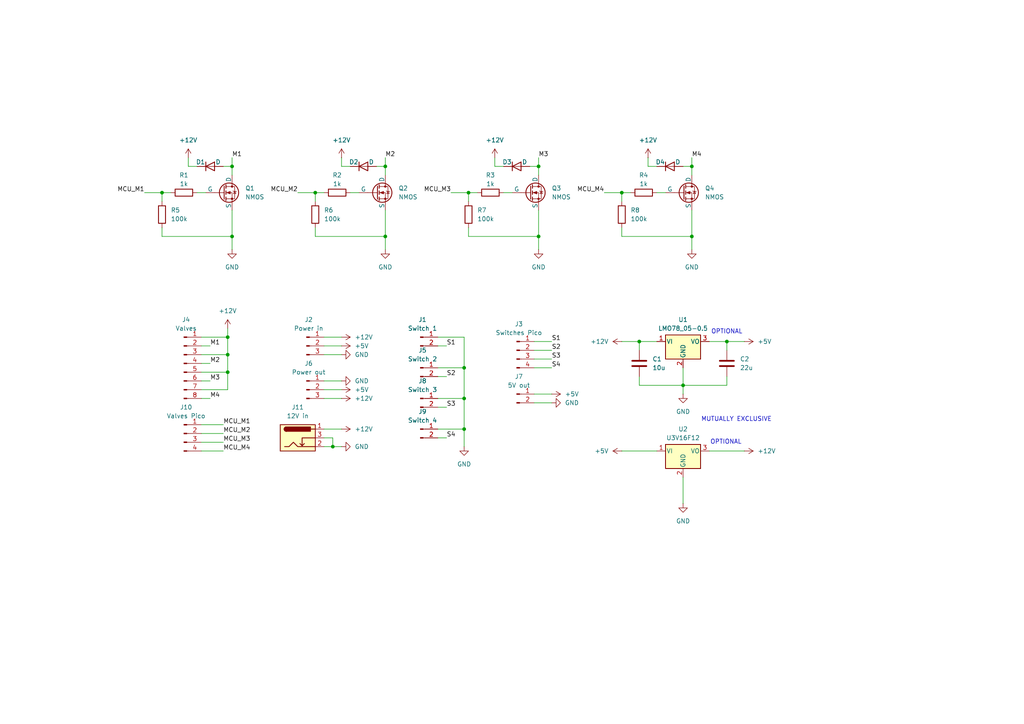
<source format=kicad_sch>
(kicad_sch (version 20250114) (generator "eeschema") (generator_version "9.0")
  (paper "A4")
  (lib_symbols
    (symbol "Connector:Barrel_Jack_Switch" (pin_names (hide yes))
      (property "Reference" "J" (at 0 5.334 0))
      (property "Value" "Barrel_Jack_Switch" (at 0 -5.08 0))
      (symbol "Barrel_Jack_Switch_0_1"
        (rectangle (start -5.08 3.81) (end 5.08 -3.81) (stroke (width 0.254)) (fill (type background)))
        (polyline (pts (xy -3.81 -2.54) (xy -2.54 -2.54) (xy -1.27 -1.27) (xy 0 -2.54) (xy 2.54 -2.54) (xy 5.08 -2.54)) (stroke (width 0.254)))
        (arc (start -3.302 1.905) (mid -3.9343 2.54) (end -3.302 3.175) (stroke (width 0.254)))
        (arc (start -3.302 1.905) (mid -3.9343 2.54) (end -3.302 3.175) (stroke (width 0.254)) (fill (type outline)))
        (polyline (pts (xy 1.27 -2.286) (xy 1.905 -1.651)) (stroke (width 0.254)))
        (rectangle (start 3.683 3.175) (end -3.302 1.905) (stroke (width 0.254)) (fill (type outline)))
        (polyline (pts (xy 5.08 2.54) (xy 3.81 2.54)) (stroke (width 0.254)))
        (polyline (pts (xy 5.08 0) (xy 1.27 0) (xy 1.27 -2.286) (xy 0.635 -1.651)) (stroke (width 0.254)))
      )
      (symbol "Barrel_Jack_Switch_1_1"
        (pin passive line (at 7.62 2.54 180) (length 2.54) (name "~") (number "1"))
        (pin passive line (at 7.62 0 180) (length 2.54) (name "~") (number "3"))
        (pin passive line (at 7.62 -2.54 180) (length 2.54) (name "~") (number "2"))
      )
    )
    (symbol "Connector:Conn_01x02_Pin" (pin_names (offset 1.016) (hide yes))
      (property "Reference" "J" (at 0 2.54 0))
      (property "Value" "Conn_01x02_Pin" (at 0 -5.08 0))
      (symbol "Conn_01x02_Pin_1_1"
        (rectangle (start 0.8636 0.127) (end 0 -0.127) (stroke (width 0.1524)) (fill (type outline)))
        (rectangle (start 0.8636 -2.413) (end 0 -2.667) (stroke (width 0.1524)) (fill (type outline)))
        (polyline (pts (xy 1.27 0) (xy 0.8636 0)) (stroke (width 0.1524)))
        (polyline (pts (xy 1.27 -2.54) (xy 0.8636 -2.54)) (stroke (width 0.1524)))
        (pin passive line (at 5.08 0 180) (length 3.81) (name "Pin_1") (number "1"))
        (pin passive line (at 5.08 -2.54 180) (length 3.81) (name "Pin_2") (number "2"))
      )
    )
    (symbol "Connector:Conn_01x03_Pin" (pin_names (offset 1.016) (hide yes))
      (property "Reference" "J" (at 0 5.08 0))
      (property "Value" "Conn_01x03_Pin" (at 0 -5.08 0))
      (symbol "Conn_01x03_Pin_1_1"
        (rectangle (start 0.8636 2.667) (end 0 2.413) (stroke (width 0.1524)) (fill (type outline)))
        (rectangle (start 0.8636 0.127) (end 0 -0.127) (stroke (width 0.1524)) (fill (type outline)))
        (rectangle (start 0.8636 -2.413) (end 0 -2.667) (stroke (width 0.1524)) (fill (type outline)))
        (polyline (pts (xy 1.27 2.54) (xy 0.8636 2.54)) (stroke (width 0.1524)))
        (polyline (pts (xy 1.27 0) (xy 0.8636 0)) (stroke (width 0.1524)))
        (polyline (pts (xy 1.27 -2.54) (xy 0.8636 -2.54)) (stroke (width 0.1524)))
        (pin passive line (at 5.08 2.54 180) (length 3.81) (name "Pin_1") (number "1"))
        (pin passive line (at 5.08 0 180) (length 3.81) (name "Pin_2") (number "2"))
        (pin passive line (at 5.08 -2.54 180) (length 3.81) (name "Pin_3") (number "3"))
      )
    )
    (symbol "Connector:Conn_01x04_Pin" (pin_names (offset 1.016) (hide yes))
      (property "Reference" "J" (at 0 5.08 0))
      (property "Value" "Conn_01x04_Pin" (at 0 -7.62 0))
      (symbol "Conn_01x04_Pin_1_1"
        (rectangle (start 0.8636 2.667) (end 0 2.413) (stroke (width 0.1524)) (fill (type outline)))
        (rectangle (start 0.8636 0.127) (end 0 -0.127) (stroke (width 0.1524)) (fill (type outline)))
        (rectangle (start 0.8636 -2.413) (end 0 -2.667) (stroke (width 0.1524)) (fill (type outline)))
        (rectangle (start 0.8636 -4.953) (end 0 -5.207) (stroke (width 0.1524)) (fill (type outline)))
        (polyline (pts (xy 1.27 2.54) (xy 0.8636 2.54)) (stroke (width 0.1524)))
        (polyline (pts (xy 1.27 0) (xy 0.8636 0)) (stroke (width 0.1524)))
        (polyline (pts (xy 1.27 -2.54) (xy 0.8636 -2.54)) (stroke (width 0.1524)))
        (polyline (pts (xy 1.27 -5.08) (xy 0.8636 -5.08)) (stroke (width 0.1524)))
        (pin passive line (at 5.08 2.54 180) (length 3.81) (name "Pin_1") (number "1"))
        (pin passive line (at 5.08 0 180) (length 3.81) (name "Pin_2") (number "2"))
        (pin passive line (at 5.08 -2.54 180) (length 3.81) (name "Pin_3") (number "3"))
        (pin passive line (at 5.08 -5.08 180) (length 3.81) (name "Pin_4") (number "4"))
      )
    )
    (symbol "Connector:Conn_01x08_Pin" (pin_names (offset 1.016) (hide yes))
      (property "Reference" "J" (at 0 10.16 0))
      (property "Value" "Conn_01x08_Pin" (at 0 -12.7 0))
      (symbol "Conn_01x08_Pin_1_1"
        (rectangle (start 0.8636 7.747) (end 0 7.493) (stroke (width 0.1524)) (fill (type outline)))
        (rectangle (start 0.8636 5.207) (end 0 4.953) (stroke (width 0.1524)) (fill (type outline)))
        (rectangle (start 0.8636 2.667) (end 0 2.413) (stroke (width 0.1524)) (fill (type outline)))
        (rectangle (start 0.8636 0.127) (end 0 -0.127) (stroke (width 0.1524)) (fill (type outline)))
        (rectangle (start 0.8636 -2.413) (end 0 -2.667) (stroke (width 0.1524)) (fill (type outline)))
        (rectangle (start 0.8636 -4.953) (end 0 -5.207) (stroke (width 0.1524)) (fill (type outline)))
        (rectangle (start 0.8636 -7.493) (end 0 -7.747) (stroke (width 0.1524)) (fill (type outline)))
        (rectangle (start 0.8636 -10.033) (end 0 -10.287) (stroke (width 0.1524)) (fill (type outline)))
        (polyline (pts (xy 1.27 7.62) (xy 0.8636 7.62)) (stroke (width 0.1524)))
        (polyline (pts (xy 1.27 5.08) (xy 0.8636 5.08)) (stroke (width 0.1524)))
        (polyline (pts (xy 1.27 2.54) (xy 0.8636 2.54)) (stroke (width 0.1524)))
        (polyline (pts (xy 1.27 0) (xy 0.8636 0)) (stroke (width 0.1524)))
        (polyline (pts (xy 1.27 -2.54) (xy 0.8636 -2.54)) (stroke (width 0.1524)))
        (polyline (pts (xy 1.27 -5.08) (xy 0.8636 -5.08)) (stroke (width 0.1524)))
        (polyline (pts (xy 1.27 -7.62) (xy 0.8636 -7.62)) (stroke (width 0.1524)))
        (polyline (pts (xy 1.27 -10.16) (xy 0.8636 -10.16)) (stroke (width 0.1524)))
        (pin passive line (at 5.08 7.62 180) (length 3.81) (name "Pin_1") (number "1"))
        (pin passive line (at 5.08 5.08 180) (length 3.81) (name "Pin_2") (number "2"))
        (pin passive line (at 5.08 2.54 180) (length 3.81) (name "Pin_3") (number "3"))
        (pin passive line (at 5.08 0 180) (length 3.81) (name "Pin_4") (number "4"))
        (pin passive line (at 5.08 -2.54 180) (length 3.81) (name "Pin_5") (number "5"))
        (pin passive line (at 5.08 -5.08 180) (length 3.81) (name "Pin_6") (number "6"))
        (pin passive line (at 5.08 -7.62 180) (length 3.81) (name "Pin_7") (number "7"))
        (pin passive line (at 5.08 -10.16 180) (length 3.81) (name "Pin_8") (number "8"))
      )
    )
    (symbol "Device:C" (pin_numbers (hide yes)) (pin_names (offset 0.254))
      (property "Reference" "C" (at 0.635 2.54 0))
      (property "Value" "C" (at 0.635 -2.54 0))
      (symbol "C_0_1"
        (polyline (pts (xy -2.032 0.762) (xy 2.032 0.762)) (stroke (width 0.508)))
        (polyline (pts (xy -2.032 -0.762) (xy 2.032 -0.762)) (stroke (width 0.508)))
      )
      (symbol "C_1_1"
        (pin passive line (at 0 3.81 270) (length 2.794) (name "~") (number "1"))
        (pin passive line (at 0 -3.81 90) (length 2.794) (name "~") (number "2"))
      )
    )
    (symbol "Device:D" (pin_numbers (hide yes)) (pin_names (offset 1.016) (hide yes))
      (property "Reference" "D" (at 0 2.54 0))
      (property "Value" "D" (at 0 -2.54 0))
      (symbol "D_0_1"
        (polyline (pts (xy -1.27 1.27) (xy -1.27 -1.27)) (stroke (width 0.254)))
        (polyline (pts (xy 1.27 1.27) (xy 1.27 -1.27) (xy -1.27 0) (xy 1.27 1.27)) (stroke (width 0.254)))
        (polyline (pts (xy 1.27 0) (xy -1.27 0)))
      )
      (symbol "D_1_1"
        (pin passive line (at -3.81 0 0) (length 2.54) (name "K") (number "1"))
        (pin passive line (at 3.81 0 180) (length 2.54) (name "A") (number "2"))
      )
    )
    (symbol "Device:R" (pin_numbers (hide yes)) (pin_names (offset 0))
      (property "Reference" "R" (at 2.032 0 90))
      (property "Value" "R" (at 0 0 90))
      (symbol "R_0_1"
        (rectangle (start -1.016 -2.54) (end 1.016 2.54) (stroke (width 0.254)))
      )
      (symbol "R_1_1"
        (pin passive line (at 0 3.81 270) (length 1.27) (name "~") (number "1"))
        (pin passive line (at 0 -3.81 90) (length 1.27) (name "~") (number "2"))
      )
    )
    (symbol "Regulator_Linear:LM7805_TO220" (pin_names (offset 0.254))
      (property "Reference" "U" (at -3.81 3.175 0))
      (property "Value" "LM7805_TO220" (at 0 3.175 0))
      (symbol "LM7805_TO220_0_1"
        (rectangle (start -5.08 1.905) (end 5.08 -5.08) (stroke (width 0.254)) (fill (type background)))
      )
      (symbol "LM7805_TO220_1_1"
        (pin power_in line (at -7.62 0 0) (length 2.54) (name "VI") (number "1"))
        (pin power_in line (at 0 -7.62 90) (length 2.54) (name "GND") (number "2"))
        (pin power_out line (at 7.62 0 180) (length 2.54) (name "VO") (number "3"))
      )
    )
    (symbol "Simulation_SPICE:NMOS" (pin_numbers (hide yes)) (pin_names (offset 0))
      (property "Reference" "Q" (at 5.08 1.27 0))
      (property "Value" "NMOS" (at 5.08 -1.27 0))
      (symbol "NMOS_0_1"
        (polyline (pts (xy 0.254 1.905) (xy 0.254 -1.905)) (stroke (width 0.254)))
        (polyline (pts (xy 0.254 0) (xy -2.54 0)))
        (polyline (pts (xy 0.762 2.286) (xy 0.762 1.27)) (stroke (width 0.254)))
        (polyline (pts (xy 0.762 0.508) (xy 0.762 -0.508)) (stroke (width 0.254)))
        (polyline (pts (xy 0.762 -1.27) (xy 0.762 -2.286)) (stroke (width 0.254)))
        (polyline (pts (xy 0.762 -1.778) (xy 3.302 -1.778) (xy 3.302 1.778) (xy 0.762 1.778)))
        (polyline (pts (xy 1.016 0) (xy 2.032 0.381) (xy 2.032 -0.381) (xy 1.016 0)) (fill (type outline)))
        (circle (center 1.651 0) (radius 2.794) (stroke (width 0.254)))
        (polyline (pts (xy 2.54 2.54) (xy 2.54 1.778)))
        (circle (center 2.54 1.778) (radius 0.254) (fill (type outline)))
        (circle (center 2.54 -1.778) (radius 0.254) (fill (type outline)))
        (polyline (pts (xy 2.54 -2.54) (xy 2.54 0) (xy 0.762 0)))
        (polyline (pts (xy 2.794 0.508) (xy 2.921 0.381) (xy 3.683 0.381) (xy 3.81 0.254)))
        (polyline (pts (xy 3.302 0.381) (xy 2.921 -0.254) (xy 3.683 -0.254) (xy 3.302 0.381)))
      )
      (symbol "NMOS_1_1"
        (pin input line (at -5.08 0 0) (length 2.54) (name "G") (number "2"))
        (pin passive line (at 2.54 5.08 270) (length 2.54) (name "D") (number "1"))
        (pin passive line (at 2.54 -5.08 90) (length 2.54) (name "S") (number "3"))
      )
    )
    (symbol "power:+12V" (power) (pin_numbers (hide yes)) (pin_names (offset 0) (hide yes))
      (property "Value" "+12V" (at 0 3.556 0))
      (symbol "+12V_0_1"
        (polyline (pts (xy -0.762 1.27) (xy 0 2.54)))
        (polyline (pts (xy 0 2.54) (xy 0.762 1.27)))
        (polyline (pts (xy 0 0) (xy 0 2.54)))
      )
      (symbol "+12V_1_1"
        (pin power_in line (at 0 0 90) (length 0) (name "~") (number "1"))
      )
    )
    (symbol "power:+5V" (power) (pin_numbers (hide yes)) (pin_names (offset 0) (hide yes))
      (property "Value" "+5V" (at 0 3.556 0))
      (symbol "+5V_0_1"
        (polyline (pts (xy -0.762 1.27) (xy 0 2.54)))
        (polyline (pts (xy 0 2.54) (xy 0.762 1.27)))
        (polyline (pts (xy 0 0) (xy 0 2.54)))
      )
      (symbol "+5V_1_1"
        (pin power_in line (at 0 0 90) (length 0) (name "~") (number "1"))
      )
    )
    (symbol "power:GND" (power) (pin_numbers (hide yes)) (pin_names (offset 0) (hide yes))
      (property "Value" "GND" (at 0 -3.81 0))
      (symbol "GND_0_1"
        (polyline (pts (xy 0 0) (xy 0 -1.27) (xy 1.27 -1.27) (xy 0 -2.54) (xy -1.27 -1.27) (xy 0 -1.27)))
      )
      (symbol "GND_1_1"
        (pin power_in line (at 0 0 270) (length 0) (name "~") (number "1"))
      )
    )
  )
  (text "OPTIONAL" (at 210.82 96.266 0) (effects (font (size 1.27 1.27))))
  (text "MUTUALLY EXCLUSIVE" (at 213.614 121.666 0) (effects (font (size 1.27 1.27))))
  (text "OPTIONAL" (at 210.566 128.27 0) (effects (font (size 1.27 1.27))))
  (junction (at 66.04 97.79))
  (junction (at 185.42 99.06))
  (junction (at 200.66 48.26))
  (junction (at 67.31 68.58))
  (junction (at 210.82 99.06))
  (junction (at 200.66 68.58))
  (junction (at 198.12 111.76))
  (junction (at 156.21 48.26))
  (junction (at 66.04 107.95))
  (junction (at 66.04 102.87))
  (junction (at 156.21 68.58))
  (junction (at 46.99 55.88))
  (junction (at 111.76 68.58))
  (junction (at 111.76 48.26))
  (junction (at 96.52 129.54))
  (junction (at 91.44 55.88))
  (junction (at 134.62 106.68))
  (junction (at 134.62 124.46))
  (junction (at 180.34 55.88))
  (junction (at 67.31 48.26))
  (junction (at 135.89 55.88))
  (junction (at 134.62 115.57))
  (wire (pts (xy 154.94 104.14) (xy 160.02 104.14)))
  (wire (pts (xy 180.34 68.58) (xy 200.66 68.58)))
  (wire (pts (xy 154.94 101.6) (xy 160.02 101.6)))
  (wire (pts (xy 86.36 55.88) (xy 91.44 55.88)))
  (wire (pts (xy 93.98 113.03) (xy 99.06 113.03)))
  (wire (pts (xy 127 109.22) (xy 129.54 109.22)))
  (wire (pts (xy 156.21 60.96) (xy 156.21 68.58)))
  (wire (pts (xy 198.12 106.68) (xy 198.12 111.76)))
  (wire (pts (xy 58.42 105.41) (xy 60.96 105.41)))
  (wire (pts (xy 134.62 106.68) (xy 134.62 97.79)))
  (wire (pts (xy 156.21 72.39) (xy 156.21 68.58)))
  (wire (pts (xy 205.74 130.81) (xy 215.9 130.81)))
  (wire (pts (xy 67.31 48.26) (xy 67.31 50.8)))
  (wire (pts (xy 54.61 48.26) (xy 54.61 45.72)))
  (wire (pts (xy 101.6 48.26) (xy 99.06 48.26)))
  (wire (pts (xy 134.62 124.46) (xy 134.62 115.57)))
  (wire (pts (xy 175.26 55.88) (xy 180.34 55.88)))
  (wire (pts (xy 127 118.11) (xy 129.54 118.11)))
  (wire (pts (xy 91.44 66.04) (xy 91.44 68.58)))
  (wire (pts (xy 58.42 97.79) (xy 66.04 97.79)))
  (wire (pts (xy 205.74 99.06) (xy 210.82 99.06)))
  (wire (pts (xy 58.42 110.49) (xy 60.96 110.49)))
  (wire (pts (xy 57.15 55.88) (xy 59.69 55.88)))
  (wire (pts (xy 58.42 115.57) (xy 60.96 115.57)))
  (wire (pts (xy 210.82 99.06) (xy 215.9 99.06)))
  (wire (pts (xy 64.77 48.26) (xy 67.31 48.26)))
  (wire (pts (xy 99.06 48.26) (xy 99.06 45.72)))
  (wire (pts (xy 93.98 110.49) (xy 99.06 110.49)))
  (wire (pts (xy 187.96 48.26) (xy 187.96 45.72)))
  (wire (pts (xy 93.98 127) (xy 96.52 127)))
  (wire (pts (xy 130.81 55.88) (xy 135.89 55.88)))
  (wire (pts (xy 58.42 107.95) (xy 66.04 107.95)))
  (wire (pts (xy 154.94 99.06) (xy 160.02 99.06)))
  (wire (pts (xy 41.91 55.88) (xy 46.99 55.88)))
  (wire (pts (xy 111.76 45.72) (xy 111.76 48.26)))
  (wire (pts (xy 93.98 129.54) (xy 96.52 129.54)))
  (wire (pts (xy 200.66 48.26) (xy 200.66 50.8)))
  (wire (pts (xy 134.62 97.79) (xy 127 97.79)))
  (wire (pts (xy 91.44 68.58) (xy 111.76 68.58)))
  (wire (pts (xy 200.66 45.72) (xy 200.66 48.26)))
  (wire (pts (xy 91.44 55.88) (xy 93.98 55.88)))
  (wire (pts (xy 127 115.57) (xy 134.62 115.57)))
  (wire (pts (xy 185.42 111.76) (xy 198.12 111.76)))
  (wire (pts (xy 58.42 113.03) (xy 66.04 113.03)))
  (wire (pts (xy 111.76 60.96) (xy 111.76 68.58)))
  (wire (pts (xy 46.99 66.04) (xy 46.99 68.58)))
  (wire (pts (xy 180.34 130.81) (xy 190.5 130.81)))
  (wire (pts (xy 96.52 127) (xy 96.52 129.54)))
  (wire (pts (xy 46.99 68.58) (xy 67.31 68.58)))
  (wire (pts (xy 46.99 58.42) (xy 46.99 55.88)))
  (wire (pts (xy 66.04 97.79) (xy 66.04 102.87)))
  (wire (pts (xy 93.98 124.46) (xy 99.06 124.46)))
  (wire (pts (xy 154.94 116.84) (xy 160.02 116.84)))
  (wire (pts (xy 198.12 138.43) (xy 198.12 146.05)))
  (wire (pts (xy 156.21 45.72) (xy 156.21 48.26)))
  (wire (pts (xy 66.04 97.79) (xy 66.04 95.25)))
  (wire (pts (xy 134.62 129.54) (xy 134.62 124.46)))
  (wire (pts (xy 198.12 48.26) (xy 200.66 48.26)))
  (wire (pts (xy 190.5 55.88) (xy 193.04 55.88)))
  (wire (pts (xy 127 106.68) (xy 134.62 106.68)))
  (wire (pts (xy 210.82 109.22) (xy 210.82 111.76)))
  (wire (pts (xy 58.42 125.73) (xy 64.77 125.73)))
  (wire (pts (xy 198.12 111.76) (xy 210.82 111.76)))
  (wire (pts (xy 143.51 48.26) (xy 143.51 45.72)))
  (wire (pts (xy 109.22 48.26) (xy 111.76 48.26)))
  (wire (pts (xy 46.99 55.88) (xy 49.53 55.88)))
  (wire (pts (xy 146.05 48.26) (xy 143.51 48.26)))
  (wire (pts (xy 111.76 72.39) (xy 111.76 68.58)))
  (wire (pts (xy 180.34 66.04) (xy 180.34 68.58)))
  (wire (pts (xy 58.42 128.27) (xy 64.77 128.27)))
  (wire (pts (xy 180.34 99.06) (xy 185.42 99.06)))
  (wire (pts (xy 58.42 130.81) (xy 64.77 130.81)))
  (wire (pts (xy 57.15 48.26) (xy 54.61 48.26)))
  (wire (pts (xy 154.94 114.3) (xy 160.02 114.3)))
  (wire (pts (xy 210.82 99.06) (xy 210.82 101.6)))
  (wire (pts (xy 154.94 106.68) (xy 160.02 106.68)))
  (wire (pts (xy 93.98 115.57) (xy 99.06 115.57)))
  (wire (pts (xy 67.31 45.72) (xy 67.31 48.26)))
  (wire (pts (xy 153.67 48.26) (xy 156.21 48.26)))
  (wire (pts (xy 198.12 111.76) (xy 198.12 114.3)))
  (wire (pts (xy 135.89 58.42) (xy 135.89 55.88)))
  (wire (pts (xy 93.98 102.87) (xy 99.06 102.87)))
  (wire (pts (xy 127 127) (xy 129.54 127)))
  (wire (pts (xy 135.89 55.88) (xy 138.43 55.88)))
  (wire (pts (xy 58.42 102.87) (xy 66.04 102.87)))
  (wire (pts (xy 58.42 100.33) (xy 60.96 100.33)))
  (wire (pts (xy 180.34 55.88) (xy 182.88 55.88)))
  (wire (pts (xy 156.21 48.26) (xy 156.21 50.8)))
  (wire (pts (xy 67.31 60.96) (xy 67.31 68.58)))
  (wire (pts (xy 127 124.46) (xy 134.62 124.46)))
  (wire (pts (xy 185.42 99.06) (xy 185.42 101.6)))
  (wire (pts (xy 66.04 102.87) (xy 66.04 107.95)))
  (wire (pts (xy 185.42 109.22) (xy 185.42 111.76)))
  (wire (pts (xy 135.89 68.58) (xy 156.21 68.58)))
  (wire (pts (xy 96.52 129.54) (xy 99.06 129.54)))
  (wire (pts (xy 111.76 48.26) (xy 111.76 50.8)))
  (wire (pts (xy 134.62 115.57) (xy 134.62 106.68)))
  (wire (pts (xy 93.98 97.79) (xy 99.06 97.79)))
  (wire (pts (xy 180.34 58.42) (xy 180.34 55.88)))
  (wire (pts (xy 200.66 60.96) (xy 200.66 68.58)))
  (wire (pts (xy 146.05 55.88) (xy 148.59 55.88)))
  (wire (pts (xy 91.44 58.42) (xy 91.44 55.88)))
  (wire (pts (xy 200.66 72.39) (xy 200.66 68.58)))
  (wire (pts (xy 58.42 123.19) (xy 64.77 123.19)))
  (wire (pts (xy 67.31 72.39) (xy 67.31 68.58)))
  (wire (pts (xy 101.6 55.88) (xy 104.14 55.88)))
  (wire (pts (xy 127 100.33) (xy 129.54 100.33)))
  (wire (pts (xy 93.98 100.33) (xy 99.06 100.33)))
  (wire (pts (xy 190.5 48.26) (xy 187.96 48.26)))
  (wire (pts (xy 185.42 99.06) (xy 190.5 99.06)))
  (wire (pts (xy 135.89 66.04) (xy 135.89 68.58)))
  (wire (pts (xy 66.04 107.95) (xy 66.04 113.03)))
  (label "M3" (at 60.96 110.49 0))
  (label "MCU_M2" (at 86.36 55.88 180))
  (label "M2" (at 111.76 45.72 0))
  (label "S4" (at 160.02 106.68 0))
  (label "MCU_M4" (at 64.77 130.81 0))
  (label "S3" (at 160.02 104.14 0))
  (label "M4" (at 200.66 45.72 0))
  (label "S1" (at 160.02 99.06 0))
  (label "M1" (at 60.96 100.33 0))
  (label "MCU_M2" (at 64.77 125.73 0))
  (label "M4" (at 60.96 115.57 0))
  (label "S1" (at 129.54 100.33 0))
  (label "S3" (at 129.54 118.11 0))
  (label "MCU_M3" (at 130.81 55.88 180))
  (label "MCU_M1" (at 64.77 123.19 0))
  (label "S2" (at 129.54 109.22 0))
  (label "S2" (at 160.02 101.6 0))
  (label "MCU_M4" (at 175.26 55.88 180))
  (label "M1" (at 67.31 45.72 0))
  (label "M3" (at 156.21 45.72 0))
  (label "S4" (at 129.54 127 0))
  (label "MCU_M3" (at 64.77 128.27 0))
  (label "MCU_M1" (at 41.91 55.88 180))
  (label "M2" (at 60.96 105.41 0))
  (symbol (lib_id "power:+12V") (at 180.34 99.06 90) (unit 1)
    (property "Reference" "#PWR011" (effects (hide yes)))
    (property "Value" "+12V" (at 176.53 99.0599 90) (effects (justify left)))
    (property "Description" "Power symbol creates a global label with name \"+12V\"" (effects (hide yes)))
  )
  (symbol (lib_id "power:+12V") (at 99.06 124.46 270) (unit 1)
    (property "Reference" "#PWR021" (effects (hide yes)))
    (property "Value" "+12V" (at 102.87 124.4599 90) (effects (justify left)))
    (property "Description" "Power symbol creates a global label with name \"+12V\"" (effects (hide yes)))
  )
  (symbol (lib_id "power:+12V") (at 99.06 97.79 270) (unit 1)
    (property "Reference" "#PWR010" (effects (hide yes)))
    (property "Value" "+12V" (at 102.87 97.7899 90) (effects (justify left)))
    (property "Description" "Power symbol creates a global label with name \"+12V\"" (effects (hide yes)))
  )
  (symbol (lib_id "power:+5V") (at 180.34 130.81 90) (unit 1)
    (property "Reference" "#PWR024" (effects (hide yes)))
    (property "Value" "+5V" (at 176.53 130.8099 90) (effects (justify left)))
    (property "Description" "Power symbol creates a global label with name \"+5V\"" (effects (hide yes)))
  )
  (symbol (lib_id "Device:C") (at 210.82 105.41 0) (unit 1)
    (property "Reference" "C2" (at 214.63 104.1399 0) (effects (justify left)))
    (property "Value" "22u" (at 214.63 106.6799 0) (effects (justify left)))
    (property "Footprint" "Capacitor_SMD:C_1206_3216Metric_Pad1.33x1.80mm_HandSolder" (effects (hide yes)))
    (property "Description" "Unpolarized capacitor" (effects (hide yes)))
  )
  (symbol (lib_id "power:+12V") (at 54.61 45.72 0) (unit 1)
    (property "Reference" "#PWR01" (effects (hide yes)))
    (property "Value" "+12V" (at 54.61 40.64 0))
    (property "Description" "Power symbol creates a global label with name \"+12V\"" (effects (hide yes)))
  )
  (symbol (lib_id "power:+12V") (at 143.51 45.72 0) (unit 1)
    (property "Reference" "#PWR03" (effects (hide yes)))
    (property "Value" "+12V" (at 143.51 40.64 0))
    (property "Description" "Power symbol creates a global label with name \"+12V\"" (effects (hide yes)))
  )
  (symbol (lib_id "Device:R") (at 53.34 55.88 90) (unit 1)
    (property "Reference" "R1" (at 53.34 50.8 90))
    (property "Value" "1k" (at 53.34 53.34 90))
    (property "Footprint" "Resistor_THT:R_Axial_DIN0207_L6.3mm_D2.5mm_P7.62mm_Horizontal" (effects (hide yes)))
    (property "Description" "Resistor" (effects (hide yes)))
  )
  (symbol (lib_id "Connector:Conn_01x02_Pin") (at 121.92 115.57 0) (unit 1)
    (property "Reference" "J8" (at 122.555 110.49 0))
    (property "Value" "Switch 3" (at 122.555 113.03 0))
    (property "Footprint" "Connector_PinHeader_2.54mm:PinHeader_1x02_P2.54mm_Vertical" (effects (hide yes)))
    (property "Description" "Generic connector, single row, 01x02, script generated" (effects (hide yes)))
  )
  (symbol (lib_id "Connector:Conn_01x04_Pin") (at 149.86 101.6 0) (unit 1)
    (property "Reference" "J3" (at 150.495 93.98 0))
    (property "Value" "Switches Pico" (at 150.495 96.52 0))
    (property "Footprint" "Connector_PinHeader_2.54mm:PinHeader_1x04_P2.54mm_Vertical" (effects (hide yes)))
    (property "Description" "Generic connector, single row, 01x04, script generated" (effects (hide yes)))
  )
  (symbol (lib_id "Connector:Conn_01x02_Pin") (at 121.92 97.79 0) (unit 1)
    (property "Reference" "J1" (at 122.555 92.71 0))
    (property "Value" "Switch 1" (at 122.555 95.25 0))
    (property "Footprint" "Connector_PinHeader_2.54mm:PinHeader_1x02_P2.54mm_Vertical" (effects (hide yes)))
    (property "Description" "Generic connector, single row, 01x02, script generated" (effects (hide yes)))
  )
  (symbol (lib_id "Connector:Conn_01x03_Pin") (at 88.9 100.33 0) (unit 1)
    (property "Reference" "J2" (at 89.535 92.71 0))
    (property "Value" "Power in" (at 89.535 95.25 0))
    (property "Footprint" "TerminalBlock_4Ucon:TerminalBlock_4Ucon_1x03_P3.50mm_Horizontal" (effects (hide yes)))
    (property "Description" "Generic connector, single row, 01x03, script generated" (effects (hide yes)))
  )
  (symbol (lib_id "Simulation_SPICE:NMOS") (at 64.77 55.88 0) (unit 1)
    (property "Reference" "Q1" (at 71.12 54.6099 0) (effects (justify left)))
    (property "Value" "NMOS" (at 71.12 57.1499 0) (effects (justify left)))
    (property "Footprint" "olla_watering:TO-220-3_Vertical_olla" (effects (hide yes)))
    (property "Datasheet" "https://ngspice.sourceforge.io/docs/ngspice-html-manual/manual.xhtml#cha_MOSFETs" (effects (hide yes)))
    (property "Description" "N-MOSFET transistor, drain/source/gate" (effects (hide yes)))
    (property "Sim.Device" "NMOS" (effects (hide yes)))
    (property "Sim.Type" "VDMOS" (effects (hide yes)))
    (property "Sim.Pins" "1=D 2=G 3=S" (effects (hide yes)))
  )
  (symbol (lib_id "Device:R") (at 180.34 62.23 180) (unit 1)
    (property "Reference" "R8" (at 182.88 60.9599 0) (effects (justify right)))
    (property "Value" "100k" (at 182.88 63.4999 0) (effects (justify right)))
    (property "Footprint" "Resistor_THT:R_Axial_DIN0207_L6.3mm_D2.5mm_P7.62mm_Horizontal" (effects (hide yes)))
    (property "Description" "Resistor" (effects (hide yes)))
  )
  (symbol (lib_id "power:+12V") (at 187.96 45.72 0) (unit 1)
    (property "Reference" "#PWR04" (effects (hide yes)))
    (property "Value" "+12V" (at 187.96 40.64 0))
    (property "Description" "Power symbol creates a global label with name \"+12V\"" (effects (hide yes)))
  )
  (symbol (lib_id "Connector:Conn_01x02_Pin") (at 149.86 114.3 0) (unit 1)
    (property "Reference" "J7" (at 150.495 109.22 0))
    (property "Value" "5V out" (at 150.495 111.76 0))
    (property "Footprint" "Connector_PinHeader_2.54mm:PinHeader_1x02_P2.54mm_Vertical" (effects (hide yes)))
    (property "Description" "Generic connector, single row, 01x02, script generated" (effects (hide yes)))
  )
  (symbol (lib_id "power:GND") (at 99.06 102.87 90) (unit 1)
    (property "Reference" "#PWR014" (effects (hide yes)))
    (property "Value" "GND" (at 102.87 102.8699 90) (effects (justify right)))
    (property "Description" "Power symbol creates a global label with name \"GND\" , ground" (effects (hide yes)))
  )
  (symbol (lib_id "Connector:Conn_01x04_Pin") (at 53.34 125.73 0) (unit 1)
    (property "Reference" "J10" (at 53.975 118.11 0))
    (property "Value" "Valves Pico" (at 53.975 120.65 0))
    (property "Footprint" "Connector_PinHeader_2.54mm:PinHeader_1x04_P2.54mm_Vertical" (effects (hide yes)))
    (property "Description" "Generic connector, single row, 01x04, script generated" (effects (hide yes)))
  )
  (symbol (lib_id "Device:R") (at 186.69 55.88 90) (unit 1)
    (property "Reference" "R4" (at 186.69 50.8 90))
    (property "Value" "1k" (at 186.69 53.34 90))
    (property "Footprint" "Resistor_THT:R_Axial_DIN0207_L6.3mm_D2.5mm_P7.62mm_Horizontal" (effects (hide yes)))
    (property "Description" "Resistor" (effects (hide yes)))
  )
  (symbol (lib_id "power:+12V") (at 66.04 95.25 0) (unit 1)
    (property "Reference" "#PWR09" (effects (hide yes)))
    (property "Value" "+12V" (at 66.04 90.17 0))
    (property "Description" "Power symbol creates a global label with name \"+12V\"" (effects (hide yes)))
  )
  (symbol (lib_id "Connector:Conn_01x02_Pin") (at 121.92 124.46 0) (unit 1)
    (property "Reference" "J9" (at 122.555 119.38 0))
    (property "Value" "Switch 4" (at 122.555 121.92 0))
    (property "Footprint" "Connector_PinHeader_2.54mm:PinHeader_1x02_P2.54mm_Vertical" (effects (hide yes)))
    (property "Description" "Generic connector, single row, 01x02, script generated" (effects (hide yes)))
  )
  (symbol (lib_id "power:GND") (at 198.12 114.3 0) (unit 1)
    (property "Reference" "#PWR018" (effects (hide yes)))
    (property "Value" "GND" (at 198.12 119.38 0))
    (property "Description" "Power symbol creates a global label with name \"GND\" , ground" (effects (hide yes)))
  )
  (symbol (lib_id "Device:R") (at 91.44 62.23 180) (unit 1)
    (property "Reference" "R6" (at 93.98 60.9599 0) (effects (justify right)))
    (property "Value" "100k" (at 93.98 63.4999 0) (effects (justify right)))
    (property "Footprint" "Resistor_THT:R_Axial_DIN0207_L6.3mm_D2.5mm_P7.62mm_Horizontal" (effects (hide yes)))
    (property "Description" "Resistor" (effects (hide yes)))
  )
  (symbol (lib_id "power:GND") (at 160.02 116.84 90) (unit 1)
    (property "Reference" "#PWR020" (effects (hide yes)))
    (property "Value" "GND" (at 163.83 116.8399 90) (effects (justify right)))
    (property "Description" "Power symbol creates a global label with name \"GND\" , ground" (effects (hide yes)))
  )
  (symbol (lib_id "power:GND") (at 200.66 72.39 0) (unit 1)
    (property "Reference" "#PWR08" (effects (hide yes)))
    (property "Value" "GND" (at 200.66 77.47 0))
    (property "Description" "Power symbol creates a global label with name \"GND\" , ground" (effects (hide yes)))
  )
  (symbol (lib_id "Regulator_Linear:LM7805_TO220") (at 198.12 130.81 0) (unit 1)
    (property "Reference" "U2" (at 198.12 124.46 0))
    (property "Value" "U3V16F12" (at 198.12 127 0))
    (property "Footprint" "olla_watering:U3V16F12" (effects (hide yes)))
    (property "Datasheet" "https://www.onsemi.cn/PowerSolutions/document/MC7800-D.PDF" (effects (hide yes)))
    (property "Description" "Positive 1A 35V Linear Regulator, Fixed Output 5V, TO-220" (effects (hide yes)))
  )
  (symbol (lib_id "Device:R") (at 135.89 62.23 180) (unit 1)
    (property "Reference" "R7" (at 138.43 60.9599 0) (effects (justify right)))
    (property "Value" "100k" (at 138.43 63.4999 0) (effects (justify right)))
    (property "Footprint" "Resistor_THT:R_Axial_DIN0207_L6.3mm_D2.5mm_P7.62mm_Horizontal" (effects (hide yes)))
    (property "Description" "Resistor" (effects (hide yes)))
  )
  (symbol (lib_id "power:GND") (at 67.31 72.39 0) (unit 1)
    (property "Reference" "#PWR05" (effects (hide yes)))
    (property "Value" "GND" (at 67.31 77.47 0))
    (property "Description" "Power symbol creates a global label with name \"GND\" , ground" (effects (hide yes)))
  )
  (symbol (lib_id "power:+12V") (at 99.06 45.72 0) (unit 1)
    (property "Reference" "#PWR02" (effects (hide yes)))
    (property "Value" "+12V" (at 99.06 40.64 0))
    (property "Description" "Power symbol creates a global label with name \"+12V\"" (effects (hide yes)))
  )
  (symbol (lib_id "Regulator_Linear:LM7805_TO220") (at 198.12 99.06 0) (unit 1)
    (property "Reference" "U1" (at 198.12 92.71 0))
    (property "Value" "LMO78_05-0.5" (at 198.12 95.25 0))
    (property "Footprint" "olla_watering:LMO78_05-0.5" (effects (hide yes)))
    (property "Datasheet" "https://www.onsemi.cn/PowerSolutions/document/MC7800-D.PDF" (effects (hide yes)))
    (property "Description" "Positive 1A 35V Linear Regulator, Fixed Output 5V, TO-220" (effects (hide yes)))
  )
  (symbol (lib_id "power:GND") (at 156.21 72.39 0) (unit 1)
    (property "Reference" "#PWR07" (effects (hide yes)))
    (property "Value" "GND" (at 156.21 77.47 0))
    (property "Description" "Power symbol creates a global label with name \"GND\" , ground" (effects (hide yes)))
  )
  (symbol (lib_id "power:GND") (at 99.06 129.54 90) (unit 1)
    (property "Reference" "#PWR022" (effects (hide yes)))
    (property "Value" "GND" (at 102.87 129.5399 90) (effects (justify right)))
    (property "Description" "Power symbol creates a global label with name \"GND\" , ground" (effects (hide yes)))
  )
  (symbol (lib_id "power:+12V") (at 99.06 115.57 270) (unit 1)
    (property "Reference" "#PWR015" (effects (hide yes)))
    (property "Value" "+12V" (at 102.87 115.5699 90) (effects (justify left)))
    (property "Description" "Power symbol creates a global label with name \"+12V\"" (effects (hide yes)))
  )
  (symbol (lib_id "Device:C") (at 185.42 105.41 0) (unit 1)
    (property "Reference" "C1" (at 189.23 104.1399 0) (effects (justify left)))
    (property "Value" "10u" (at 189.23 106.6799 0) (effects (justify left)))
    (property "Footprint" "Capacitor_SMD:C_1206_3216Metric_Pad1.33x1.80mm_HandSolder" (effects (hide yes)))
    (property "Description" "Unpolarized capacitor" (effects (hide yes)))
  )
  (symbol (lib_id "Simulation_SPICE:NMOS") (at 153.67 55.88 0) (unit 1)
    (property "Reference" "Q3" (at 160.02 54.6099 0) (effects (justify left)))
    (property "Value" "NMOS" (at 160.02 57.1499 0) (effects (justify left)))
    (property "Footprint" "olla_watering:TO-220-3_Vertical_olla" (effects (hide yes)))
    (property "Datasheet" "https://ngspice.sourceforge.io/docs/ngspice-html-manual/manual.xhtml#cha_MOSFETs" (effects (hide yes)))
    (property "Description" "N-MOSFET transistor, drain/source/gate" (effects (hide yes)))
    (property "Sim.Device" "NMOS" (effects (hide yes)))
    (property "Sim.Type" "VDMOS" (effects (hide yes)))
    (property "Sim.Pins" "1=D 2=G 3=S" (effects (hide yes)))
  )
  (symbol (lib_id "Connector:Conn_01x02_Pin") (at 121.92 106.68 0) (unit 1)
    (property "Reference" "J5" (at 122.555 101.6 0))
    (property "Value" "Switch 2" (at 122.555 104.14 0))
    (property "Footprint" "Connector_PinHeader_2.54mm:PinHeader_1x02_P2.54mm_Vertical" (effects (hide yes)))
    (property "Description" "Generic connector, single row, 01x02, script generated" (effects (hide yes)))
  )
  (symbol (lib_id "Device:D") (at 60.96 48.26 0) (unit 1)
    (property "Reference" "D1" (at 58.166 46.99 0))
    (property "Value" "D" (at 63.246 46.99 0))
    (property "Footprint" "Diode_THT:D_DO-41_SOD81_P10.16mm_Horizontal" (effects (hide yes)))
    (property "Description" "Diode" (effects (hide yes)))
    (property "Sim.Device" "D" (effects (hide yes)))
    (property "Sim.Pins" "1=K 2=A" (effects (hide yes)))
  )
  (symbol (lib_id "Device:R") (at 142.24 55.88 90) (unit 1)
    (property "Reference" "R3" (at 142.24 50.8 90))
    (property "Value" "1k" (at 142.24 53.34 90))
    (property "Footprint" "Resistor_THT:R_Axial_DIN0207_L6.3mm_D2.5mm_P7.62mm_Horizontal" (effects (hide yes)))
    (property "Description" "Resistor" (effects (hide yes)))
  )
  (symbol (lib_id "power:GND") (at 99.06 110.49 90) (unit 1)
    (property "Reference" "#PWR019" (effects (hide yes)))
    (property "Value" "GND" (at 102.87 110.4899 90) (effects (justify right)))
    (property "Description" "Power symbol creates a global label with name \"GND\" , ground" (effects (hide yes)))
  )
  (symbol (lib_id "power:+12V") (at 215.9 130.81 270) (unit 1)
    (property "Reference" "#PWR025" (effects (hide yes)))
    (property "Value" "+12V" (at 219.71 130.8099 90) (effects (justify left)))
    (property "Description" "Power symbol creates a global label with name \"+12V\"" (effects (hide yes)))
  )
  (symbol (lib_id "Device:D") (at 194.31 48.26 0) (unit 1)
    (property "Reference" "D4" (at 191.516 46.99 0))
    (property "Value" "D" (at 196.596 46.99 0))
    (property "Footprint" "Diode_THT:D_DO-41_SOD81_P10.16mm_Horizontal" (effects (hide yes)))
    (property "Description" "Diode" (effects (hide yes)))
    (property "Sim.Device" "D" (effects (hide yes)))
    (property "Sim.Pins" "1=K 2=A" (effects (hide yes)))
  )
  (symbol (lib_id "Device:R") (at 46.99 62.23 180) (unit 1)
    (property "Reference" "R5" (at 49.53 60.9599 0) (effects (justify right)))
    (property "Value" "100k" (at 49.53 63.4999 0) (effects (justify right)))
    (property "Footprint" "Resistor_THT:R_Axial_DIN0207_L6.3mm_D2.5mm_P7.62mm_Horizontal" (effects (hide yes)))
    (property "Description" "Resistor" (effects (hide yes)))
  )
  (symbol (lib_id "Simulation_SPICE:NMOS") (at 198.12 55.88 0) (unit 1)
    (property "Reference" "Q4" (at 204.47 54.6099 0) (effects (justify left)))
    (property "Value" "NMOS" (at 204.47 57.1499 0) (effects (justify left)))
    (property "Footprint" "olla_watering:TO-220-3_Vertical_olla" (effects (hide yes)))
    (property "Datasheet" "https://ngspice.sourceforge.io/docs/ngspice-html-manual/manual.xhtml#cha_MOSFETs" (effects (hide yes)))
    (property "Description" "N-MOSFET transistor, drain/source/gate" (effects (hide yes)))
    (property "Sim.Device" "NMOS" (effects (hide yes)))
    (property "Sim.Type" "VDMOS" (effects (hide yes)))
    (property "Sim.Pins" "1=D 2=G 3=S" (effects (hide yes)))
  )
  (symbol (lib_id "power:GND") (at 134.62 129.54 0) (unit 1)
    (property "Reference" "#PWR023" (effects (hide yes)))
    (property "Value" "GND" (at 134.62 134.62 0))
    (property "Description" "Power symbol creates a global label with name \"GND\" , ground" (effects (hide yes)))
  )
  (symbol (lib_id "power:+5V") (at 99.06 113.03 270) (unit 1)
    (property "Reference" "#PWR016" (effects (hide yes)))
    (property "Value" "+5V" (at 102.87 113.0299 90) (effects (justify left)))
    (property "Description" "Power symbol creates a global label with name \"+5V\"" (effects (hide yes)))
  )
  (symbol (lib_id "power:GND") (at 111.76 72.39 0) (unit 1)
    (property "Reference" "#PWR06" (effects (hide yes)))
    (property "Value" "GND" (at 111.76 77.47 0))
    (property "Description" "Power symbol creates a global label with name \"GND\" , ground" (effects (hide yes)))
  )
  (symbol (lib_id "Device:D") (at 149.86 48.26 0) (unit 1)
    (property "Reference" "D3" (at 147.066 46.99 0))
    (property "Value" "D" (at 152.146 46.99 0))
    (property "Footprint" "Diode_THT:D_DO-41_SOD81_P10.16mm_Horizontal" (effects (hide yes)))
    (property "Description" "Diode" (effects (hide yes)))
    (property "Sim.Device" "D" (effects (hide yes)))
    (property "Sim.Pins" "1=K 2=A" (effects (hide yes)))
  )
  (symbol (lib_id "Connector:Conn_01x08_Pin") (at 53.34 105.41 0) (unit 1)
    (property "Reference" "J4" (at 53.975 92.71 0))
    (property "Value" "Valves" (at 53.975 95.25 0))
    (property "Footprint" "Connector_JST:JST_XH_B8B-XH-A_1x08_P2.50mm_Vertical" (effects (hide yes)))
    (property "Description" "Generic connector, single row, 01x08, script generated" (effects (hide yes)))
  )
  (symbol (lib_id "power:GND") (at 198.12 146.05 0) (unit 1)
    (property "Reference" "#PWR026" (effects (hide yes)))
    (property "Value" "GND" (at 198.12 151.13 0))
    (property "Description" "Power symbol creates a global label with name \"GND\" , ground" (effects (hide yes)))
  )
  (symbol (lib_id "Connector:Conn_01x03_Pin") (at 88.9 113.03 0) (unit 1)
    (property "Reference" "J6" (at 89.535 105.41 0))
    (property "Value" "Power out" (at 89.535 107.95 0))
    (property "Footprint" "TerminalBlock_4Ucon:TerminalBlock_4Ucon_1x03_P3.50mm_Horizontal" (effects (hide yes)))
    (property "Description" "Generic connector, single row, 01x03, script generated" (effects (hide yes)))
  )
  (symbol (lib_id "Simulation_SPICE:NMOS") (at 109.22 55.88 0) (unit 1)
    (property "Reference" "Q2" (at 115.57 54.6099 0) (effects (justify left)))
    (property "Value" "NMOS" (at 115.57 57.1499 0) (effects (justify left)))
    (property "Footprint" "olla_watering:TO-220-3_Vertical_olla" (effects (hide yes)))
    (property "Datasheet" "https://ngspice.sourceforge.io/docs/ngspice-html-manual/manual.xhtml#cha_MOSFETs" (effects (hide yes)))
    (property "Description" "N-MOSFET transistor, drain/source/gate" (effects (hide yes)))
    (property "Sim.Device" "NMOS" (effects (hide yes)))
    (property "Sim.Type" "VDMOS" (effects (hide yes)))
    (property "Sim.Pins" "1=D 2=G 3=S" (effects (hide yes)))
  )
  (symbol (lib_id "Device:D") (at 105.41 48.26 0) (unit 1)
    (property "Reference" "D2" (at 102.616 46.99 0))
    (property "Value" "D" (at 107.696 46.99 0))
    (property "Footprint" "Diode_THT:D_DO-41_SOD81_P10.16mm_Horizontal" (effects (hide yes)))
    (property "Description" "Diode" (effects (hide yes)))
    (property "Sim.Device" "D" (effects (hide yes)))
    (property "Sim.Pins" "1=K 2=A" (effects (hide yes)))
  )
  (symbol (lib_id "power:+5V") (at 99.06 100.33 270) (unit 1)
    (property "Reference" "#PWR013" (effects (hide yes)))
    (property "Value" "+5V" (at 102.87 100.3299 90) (effects (justify left)))
    (property "Description" "Power symbol creates a global label with name \"+5V\"" (effects (hide yes)))
  )
  (symbol (lib_id "Connector:Barrel_Jack_Switch") (at 86.36 127 0) (unit 1)
    (property "Reference" "J11" (at 86.36 118.11 0))
    (property "Value" "12V in" (at 86.36 120.65 0))
    (property "Footprint" "Connector_BarrelJack:BarrelJack_Wuerth_6941xx301002" (effects (hide yes)))
    (property "Description" "DC Barrel Jack with an internal switch" (effects (hide yes)))
  )
  (symbol (lib_id "power:+5V") (at 160.02 114.3 270) (unit 1)
    (property "Reference" "#PWR017" (effects (hide yes)))
    (property "Value" "+5V" (at 163.83 114.2999 90) (effects (justify left)))
    (property "Description" "Power symbol creates a global label with name \"+5V\"" (effects (hide yes)))
  )
  (symbol (lib_id "Device:R") (at 97.79 55.88 90) (unit 1)
    (property "Reference" "R2" (at 97.79 50.8 90))
    (property "Value" "1k" (at 97.79 53.34 90))
    (property "Footprint" "Resistor_THT:R_Axial_DIN0207_L6.3mm_D2.5mm_P7.62mm_Horizontal" (effects (hide yes)))
    (property "Description" "Resistor" (effects (hide yes)))
  )
  (symbol (lib_id "power:+5V") (at 215.9 99.06 270) (unit 1)
    (property "Reference" "#PWR012" (effects (hide yes)))
    (property "Value" "+5V" (at 219.71 99.0599 90) (effects (justify left)))
    (property "Description" "Power symbol creates a global label with name \"+5V\"" (effects (hide yes)))
  )
)
</source>
